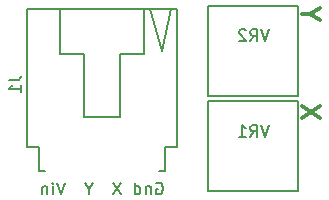
<source format=gbr>
G04 #@! TF.GenerationSoftware,KiCad,Pcbnew,(5.1.5)-3*
G04 #@! TF.CreationDate,2020-05-08T09:54:58-04:00*
G04 #@! TF.ProjectId,Hall_Effect_Endstop,48616c6c-5f45-4666-9665-63745f456e64,A*
G04 #@! TF.SameCoordinates,Original*
G04 #@! TF.FileFunction,Legend,Bot*
G04 #@! TF.FilePolarity,Positive*
%FSLAX46Y46*%
G04 Gerber Fmt 4.6, Leading zero omitted, Abs format (unit mm)*
G04 Created by KiCad (PCBNEW (5.1.5)-3) date 2020-05-08 09:54:58*
%MOMM*%
%LPD*%
G04 APERTURE LIST*
%ADD10C,0.150000*%
%ADD11C,0.300000*%
G04 APERTURE END LIST*
D10*
X147171428Y-109432000D02*
X147266666Y-109384380D01*
X147409523Y-109384380D01*
X147552380Y-109432000D01*
X147647619Y-109527238D01*
X147695238Y-109622476D01*
X147742857Y-109812952D01*
X147742857Y-109955809D01*
X147695238Y-110146285D01*
X147647619Y-110241523D01*
X147552380Y-110336761D01*
X147409523Y-110384380D01*
X147314285Y-110384380D01*
X147171428Y-110336761D01*
X147123809Y-110289142D01*
X147123809Y-109955809D01*
X147314285Y-109955809D01*
X146695238Y-109717714D02*
X146695238Y-110384380D01*
X146695238Y-109812952D02*
X146647619Y-109765333D01*
X146552380Y-109717714D01*
X146409523Y-109717714D01*
X146314285Y-109765333D01*
X146266666Y-109860571D01*
X146266666Y-110384380D01*
X145361904Y-110384380D02*
X145361904Y-109384380D01*
X145361904Y-110336761D02*
X145457142Y-110384380D01*
X145647619Y-110384380D01*
X145742857Y-110336761D01*
X145790476Y-110289142D01*
X145838095Y-110193904D01*
X145838095Y-109908190D01*
X145790476Y-109812952D01*
X145742857Y-109765333D01*
X145647619Y-109717714D01*
X145457142Y-109717714D01*
X145361904Y-109765333D01*
X144219047Y-109384380D02*
X143552380Y-110384380D01*
X143552380Y-109384380D02*
X144219047Y-110384380D01*
X141457142Y-109908190D02*
X141457142Y-110384380D01*
X141790476Y-109384380D02*
X141457142Y-109908190D01*
X141123809Y-109384380D01*
X139409523Y-109384380D02*
X139076190Y-110384380D01*
X138742857Y-109384380D01*
X138409523Y-110384380D02*
X138409523Y-109717714D01*
X138409523Y-109384380D02*
X138457142Y-109432000D01*
X138409523Y-109479619D01*
X138361904Y-109432000D01*
X138409523Y-109384380D01*
X138409523Y-109479619D01*
X137933333Y-109717714D02*
X137933333Y-110384380D01*
X137933333Y-109812952D02*
X137885714Y-109765333D01*
X137790476Y-109717714D01*
X137647619Y-109717714D01*
X137552380Y-109765333D01*
X137504761Y-109860571D01*
X137504761Y-110384380D01*
D11*
X161021428Y-102900000D02*
X159521428Y-103900000D01*
X161021428Y-103900000D02*
X159521428Y-102900000D01*
X160235714Y-95100000D02*
X159521428Y-95100000D01*
X161021428Y-94600000D02*
X160235714Y-95100000D01*
X161021428Y-95600000D01*
D10*
X151590000Y-94420000D02*
X151590000Y-102040000D01*
X159210000Y-94420000D02*
X151590000Y-94420000D01*
X159210000Y-102040000D02*
X159210000Y-94420000D01*
X151590000Y-102040000D02*
X159210000Y-102040000D01*
X151590000Y-102520000D02*
X151590000Y-110140000D01*
X159210000Y-102520000D02*
X151590000Y-102520000D01*
X159210000Y-110140000D02*
X159210000Y-102520000D01*
X151590000Y-110140000D02*
X159210000Y-110140000D01*
X142600000Y-94692000D02*
X148696000Y-94692000D01*
X148696000Y-94692000D02*
X148950000Y-94692000D01*
X142600000Y-94692000D02*
X136250000Y-94692000D01*
X146156000Y-98502000D02*
X146156000Y-94692000D01*
X139044000Y-98502000D02*
X139044000Y-94692000D01*
X147680000Y-98248000D02*
X146664000Y-94692000D01*
X147680000Y-98248000D02*
X148442000Y-94692000D01*
X144124000Y-98502000D02*
X144124000Y-103836000D01*
X141076000Y-98502000D02*
X141076000Y-103836000D01*
X144124000Y-103836000D02*
X141076000Y-103836000D01*
X146156000Y-98502000D02*
X144124000Y-98502000D01*
X141076000Y-98502000D02*
X139044000Y-98502000D01*
X137266000Y-106376000D02*
X136250000Y-106376000D01*
X147934000Y-106376000D02*
X148950000Y-106376000D01*
X148950000Y-106376000D02*
X148950000Y-94692000D01*
X136250000Y-106376000D02*
X136250000Y-94692000D01*
X137520000Y-108408000D02*
X137266000Y-108408000D01*
X147934000Y-108408000D02*
X147426000Y-108408000D01*
X147934000Y-108408000D02*
X147934000Y-106376000D01*
X137266000Y-108408000D02*
X137266000Y-106376000D01*
X137520000Y-108408000D02*
X137774000Y-108408000D01*
X156709523Y-96412380D02*
X156376190Y-97412380D01*
X156042857Y-96412380D01*
X155138095Y-97412380D02*
X155471428Y-96936190D01*
X155709523Y-97412380D02*
X155709523Y-96412380D01*
X155328571Y-96412380D01*
X155233333Y-96460000D01*
X155185714Y-96507619D01*
X155138095Y-96602857D01*
X155138095Y-96745714D01*
X155185714Y-96840952D01*
X155233333Y-96888571D01*
X155328571Y-96936190D01*
X155709523Y-96936190D01*
X154757142Y-96507619D02*
X154709523Y-96460000D01*
X154614285Y-96412380D01*
X154376190Y-96412380D01*
X154280952Y-96460000D01*
X154233333Y-96507619D01*
X154185714Y-96602857D01*
X154185714Y-96698095D01*
X154233333Y-96840952D01*
X154804761Y-97412380D01*
X154185714Y-97412380D01*
X156709523Y-104512380D02*
X156376190Y-105512380D01*
X156042857Y-104512380D01*
X155138095Y-105512380D02*
X155471428Y-105036190D01*
X155709523Y-105512380D02*
X155709523Y-104512380D01*
X155328571Y-104512380D01*
X155233333Y-104560000D01*
X155185714Y-104607619D01*
X155138095Y-104702857D01*
X155138095Y-104845714D01*
X155185714Y-104940952D01*
X155233333Y-104988571D01*
X155328571Y-105036190D01*
X155709523Y-105036190D01*
X154185714Y-105512380D02*
X154757142Y-105512380D01*
X154471428Y-105512380D02*
X154471428Y-104512380D01*
X154566666Y-104655238D01*
X154661904Y-104750476D01*
X154757142Y-104798095D01*
X134686380Y-100708666D02*
X135400666Y-100708666D01*
X135543523Y-100661047D01*
X135638761Y-100565809D01*
X135686380Y-100422952D01*
X135686380Y-100327714D01*
X135686380Y-101708666D02*
X135686380Y-101137238D01*
X135686380Y-101422952D02*
X134686380Y-101422952D01*
X134829238Y-101327714D01*
X134924476Y-101232476D01*
X134972095Y-101137238D01*
M02*

</source>
